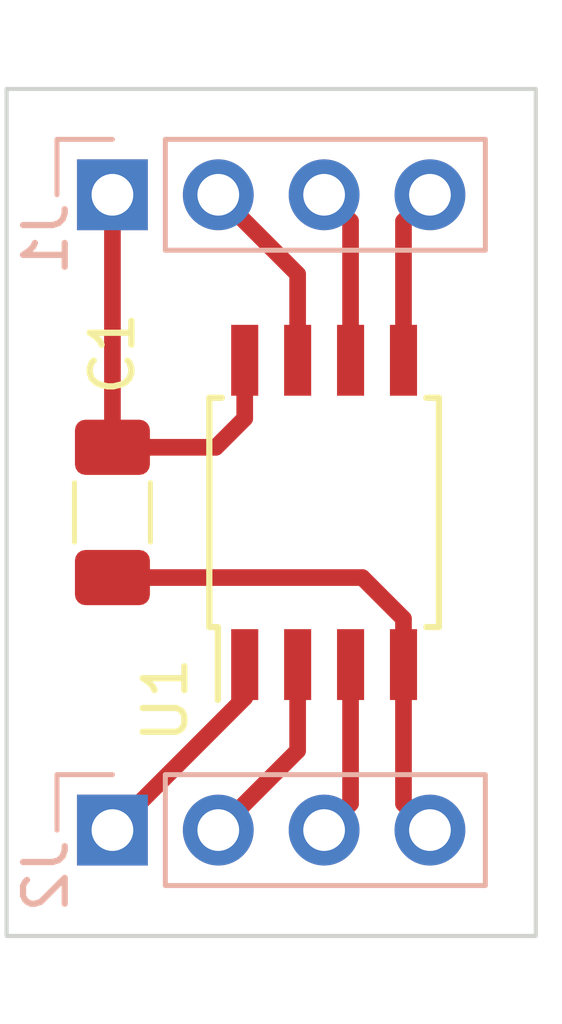
<source format=kicad_pcb>
(kicad_pcb (version 20211014) (generator pcbnew)
  (layers (0 "F.Cu" signal) (31 "B.Cu" signal) (34 "B.Paste" user) (35 "F.Paste" user) (36 "B.SilkS" user "B.Silkscreen") (37 "F.SilkS" user "F.Silkscreen") (38 "B.Mask" user) (39 "F.Mask" user) (44 "Edge.Cuts" user))
  (net 0 "")
  (net 1 "+5V")
  (net 2 "GND")
  (net 3 "/PB0")
  (net 4 "/PB1")
  (net 5 "/PB2")
  (net 6 "/PB5")
  (net 7 "/PB3")
  (net 8 "/PB4")
  (footprint "Capacitor_SMD:C_1206_3216Metric_Pad1.33x1.80mm_HandSolder" (layer "F.Cu") (at 152.4 81.28 -90)
    (fp_text reference "C1" (at -3.81 0 90) (layer "F.SilkS"))
    (fp_text value "C_Small")
    (fp_line (start -0.711252 0.91) (end 0.711252 0.91) (layer "F.SilkS") (width 0.12))
    (fp_line (start -0.711252 -0.91) (end 0.711252 -0.91) (layer "F.SilkS") (width 0.12))
    (pad "1" smd roundrect (at -1.5625 0 270) (size 1.325 1.8) (layers "F.Cu" "F.Paste" "F.Mask") (roundrect_rratio 0.1886792453) (net 1 "+5V"))
    (pad "2" smd roundrect (at 1.5625 0 270) (size 1.325 1.8) (layers "F.Cu" "F.Paste" "F.Mask") (roundrect_rratio 0.1886792453) (net 2 "GND"))
  )
  (footprint "Package_SO:SOIC-8W_5.3x5.3mm_P1.27mm" (layer "F.Cu") (at 157.48 81.28 90)
    (fp_text reference "U1" (at -4.5 -3.81 90) (layer "F.SilkS"))
    (fp_text value "ATtiny85-20S")
    (fp_line (start -2.75 -2.755) (end 2.75 -2.755) (layer "F.SilkS") (width 0.15))
    (fp_line (start -2.75 2.755) (end 2.75 2.755) (layer "F.SilkS") (width 0.15))
    (fp_line (start 2.75 2.755) (end 2.75 2.455) (layer "F.SilkS") (width 0.15))
    (fp_line (start 2.75 -2.755) (end 2.75 -2.455) (layer "F.SilkS") (width 0.15))
    (fp_line (start -2.75 -2.755) (end -2.75 -2.55) (layer "F.SilkS") (width 0.15))
    (fp_line (start -2.75 -2.55) (end -4.5 -2.55) (layer "F.SilkS") (width 0.15))
    (fp_line (start -2.75 2.755) (end -2.75 2.455) (layer "F.SilkS") (width 0.15))
    (pad "1" smd rect (at -3.65 -1.905 90) (size 1.7 0.65) (layers "F.Cu" "F.Paste" "F.Mask") (net 6 "/PB5"))
    (pad "2" smd rect (at -3.65 -0.635 90) (size 1.7 0.65) (layers "F.Cu" "F.Paste" "F.Mask") (net 7 "/PB3"))
    (pad "3" smd rect (at -3.65 0.635 90) (size 1.7 0.65) (layers "F.Cu" "F.Paste" "F.Mask") (net 8 "/PB4"))
    (pad "4" smd rect (at -3.65 1.905 90) (size 1.7 0.65) (layers "F.Cu" "F.Paste" "F.Mask") (net 2 "GND"))
    (pad "5" smd rect (at 3.65 1.905 90) (size 1.7 0.65) (layers "F.Cu" "F.Paste" "F.Mask") (net 3 "/PB0"))
    (pad "6" smd rect (at 3.65 0.635 90) (size 1.7 0.65) (layers "F.Cu" "F.Paste" "F.Mask") (net 4 "/PB1"))
    (pad "7" smd rect (at 3.65 -0.635 90) (size 1.7 0.65) (layers "F.Cu" "F.Paste" "F.Mask") (net 5 "/PB2"))
    (pad "8" smd rect (at 3.65 -1.905 90) (size 1.7 0.65) (layers "F.Cu" "F.Paste" "F.Mask") (net 1 "+5V"))
  )
  (footprint "Connector_PinHeader_2.54mm:PinHeader_1x04_P2.54mm_Vertical" (layer "B.Cu") (at 152.4 73.66 -90)
    (fp_text reference "J1" (at 1.06 1.6 90) (layer "B.SilkS") (effects (justify mirror)))
    (fp_text value "Conn_01x04")
    (fp_line (start 1.33 -1.27) (end 1.33 -8.95) (layer "B.SilkS") (width 0.12))
    (fp_line (start -1.33 -8.95) (end 1.33 -8.95) (layer "B.SilkS") (width 0.12))
    (fp_line (start -1.33 -1.27) (end -1.33 -8.95) (layer "B.SilkS") (width 0.12))
    (fp_line (start -1.33 -1.27) (end 1.33 -1.27) (layer "B.SilkS") (width 0.12))
    (fp_line (start -1.33 0) (end -1.33 1.33) (layer "B.SilkS") (width 0.12))
    (fp_line (start -1.33 1.33) (end 0 1.33) (layer "B.SilkS") (width 0.12))
    (pad "1" thru_hole rect (at 0 0 270) (size 1.7 1.7) (drill 1) (layers *.Cu *.Mask) (net 1 "+5V"))
    (pad "2" thru_hole oval (at 0 -2.54 270) (size 1.7 1.7) (drill 1) (layers *.Cu *.Mask) (net 5 "/PB2"))
    (pad "3" thru_hole oval (at 0 -5.08 270) (size 1.7 1.7) (drill 1) (layers *.Cu *.Mask) (net 4 "/PB1"))
    (pad "4" thru_hole oval (at 0 -7.62 270) (size 1.7 1.7) (drill 1) (layers *.Cu *.Mask) (net 3 "/PB0"))
  )
  (footprint "Connector_PinHeader_2.54mm:PinHeader_1x04_P2.54mm_Vertical" (layer "B.Cu") (at 152.4 88.9 -90)
    (fp_text reference "J2" (at 1.1 1.6 90) (layer "B.SilkS") (effects (justify mirror)))
    (fp_text value "Conn_01x04")
    (fp_line (start -1.33 -1.27) (end -1.33 -8.95) (layer "B.SilkS") (width 0.12))
    (fp_line (start -1.33 1.33) (end 0 1.33) (layer "B.SilkS") (width 0.12))
    (fp_line (start -1.33 0) (end -1.33 1.33) (layer "B.SilkS") (width 0.12))
    (fp_line (start 1.33 -1.27) (end 1.33 -8.95) (layer "B.SilkS") (width 0.12))
    (fp_line (start -1.33 -8.95) (end 1.33 -8.95) (layer "B.SilkS") (width 0.12))
    (fp_line (start -1.33 -1.27) (end 1.33 -1.27) (layer "B.SilkS") (width 0.12))
    (pad "1" thru_hole rect (at 0 0 270) (size 1.7 1.7) (drill 1) (layers *.Cu *.Mask) (net 6 "/PB5"))
    (pad "2" thru_hole oval (at 0 -2.54 270) (size 1.7 1.7) (drill 1) (layers *.Cu *.Mask) (net 7 "/PB3"))
    (pad "3" thru_hole oval (at 0 -5.08 270) (size 1.7 1.7) (drill 1) (layers *.Cu *.Mask) (net 8 "/PB4"))
    (pad "4" thru_hole oval (at 0 -7.62 270) (size 1.7 1.7) (drill 1) (layers *.Cu *.Mask) (net 2 "GND"))
  )
  (gr_rect (start 149.86 91.44) (end 162.56 71.12) (layer "Edge.Cuts") (width 0.1) (fill none))
  (segment (start 154.8825 79.7175) (end 155.575 79.025) (width 0.4) (layer "F.Cu") (net 1))
  (segment (start 152.4 73.66) (end 152.4 79.7175) (width 0.4) (layer "F.Cu") (net 1))
  (segment (start 152.4 79.7175) (end 154.8825 79.7175) (width 0.4) (layer "F.Cu") (net 1))
  (segment (start 155.575 79.025) (end 155.575 77.63) (width 0.4) (layer "F.Cu") (net 1))
  (segment (start 159.385 84.93) (end 159.385 88.265) (width 0.4) (layer "F.Cu") (net 2))
  (segment (start 152.4 82.8425) (end 158.3975 82.8425) (width 0.4) (layer "F.Cu") (net 2))
  (segment (start 159.385 83.83) (end 159.385 84.93) (width 0.4) (layer "F.Cu") (net 2))
  (segment (start 158.3975 82.8425) (end 159.385 83.83) (width 0.4) (layer "F.Cu") (net 2))
  (segment (start 159.385 88.265) (end 160.02 88.9) (width 0.4) (layer "F.Cu") (net 2))
  (segment (start 159.385 77.63) (end 159.385 74.295) (width 0.4) (layer "F.Cu") (net 3))
  (segment (start 159.385 74.295) (end 160.02 73.66) (width 0.4) (layer "F.Cu") (net 3))
  (segment (start 158.115 74.295) (end 157.48 73.66) (width 0.4) (layer "F.Cu") (net 4))
  (segment (start 158.115 77.63) (end 158.115 74.295) (width 0.4) (layer "F.Cu") (net 4))
  (segment (start 156.845 75.565) (end 156.845 77.63) (width 0.4) (layer "F.Cu") (net 5))
  (segment (start 154.94 73.66) (end 156.845 75.565) (width 0.4) (layer "F.Cu") (net 5))
  (segment (start 155.575 85.725) (end 152.4 88.9) (width 0.4) (layer "F.Cu") (net 6))
  (segment (start 155.575 84.93) (end 155.575 85.725) (width 0.4) (layer "F.Cu") (net 6))
  (segment (start 156.845 84.93) (end 156.845 86.995) (width 0.4) (layer "F.Cu") (net 7))
  (segment (start 156.845 86.995) (end 154.94 88.9) (width 0.4) (layer "F.Cu") (net 7))
  (segment (start 158.115 84.93) (end 158.115 88.265) (width 0.4) (layer "F.Cu") (net 8))
  (segment (start 158.115 88.265) (end 157.48 88.9) (width 0.4) (layer "F.Cu") (net 8))
)
</source>
